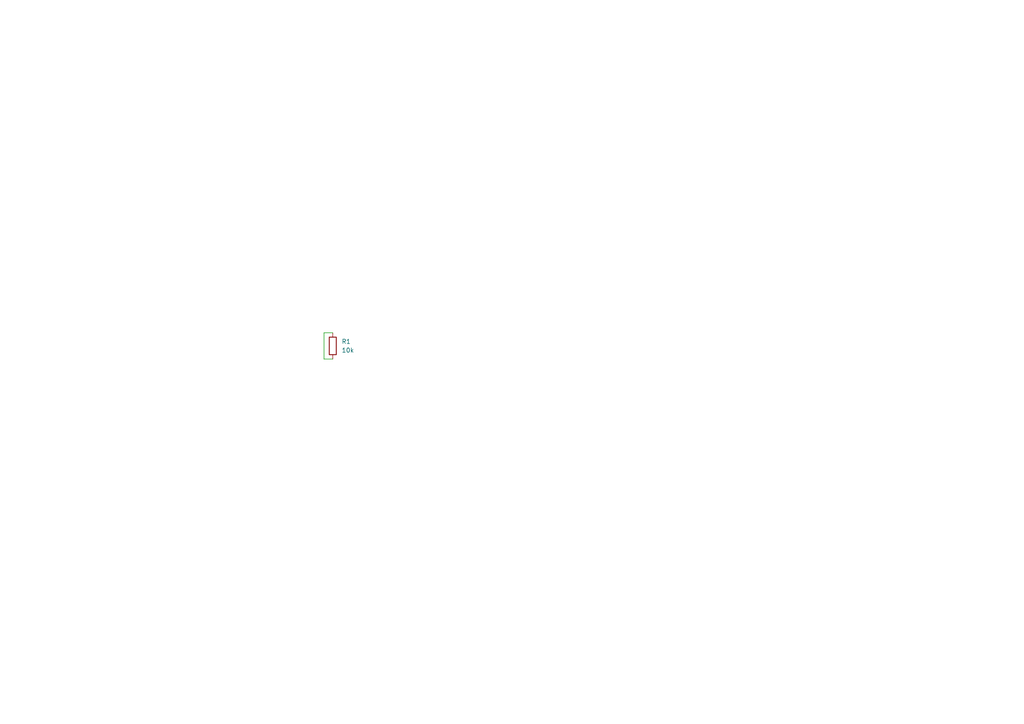
<source format=kicad_sch>
(kicad_sch (version 20250114) (generator "eeschema") (generator_version "9.0")
  (paper "A4")
  (title_block (title "Rotated Resistor 0deg"))
  (lib_symbols
    (symbol "Device:R" (pin_numbers (hide yes)) (pin_names (offset 0))
      (property "Reference" "R" (at 2.032 0 90))
      (property "Value" "R" (at 0 0 90))
      (symbol "R_0_1"
        (rectangle (start -1.016 -2.54) (end 1.016 2.54) (stroke (width 0.254)))
      )
      (symbol "R_1_1"
        (pin passive line (at 0 3.81 270) (length 1.27) (name "~") (number "1"))
        (pin passive line (at 0 -3.81 90) (length 1.27) (name "~") (number "2"))
      )
    )
  )
  (wire (pts (xy 96.52 96.52) (xy 93.98 96.52)))
  (wire (pts (xy 93.98 104.14) (xy 96.52 104.14)))
  (wire (pts (xy 93.98 96.52) (xy 93.98 104.14)))
  (symbol (lib_id "Device:R") (at 96.52 100.33 0) (unit 1)
    (property "Reference" "R1" (at 99.06 99.0599 0) (effects (justify left)))
    (property "Value" "10k" (at 99.06 101.5999 0) (effects (justify left)))
    (property "Description" "Resistor" (effects (hide yes)))
  )
)
</source>
